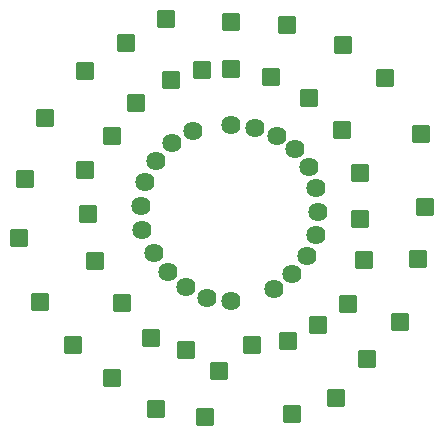
<source format=gts>
G04 Layer: TopSolderMaskLayer*
G04 EasyEDA Pro v2.2.35.2, 2025-01-16 15:30:06*
G04 Gerber Generator version 0.3*
G04 Scale: 100 percent, Rotated: No, Reflected: No*
G04 Dimensions in millimeters*
G04 Leading zeros omitted, absolute positions, 4 integers and 5 decimals*
%FSLAX45Y45*%
%MOMM*%
%AMRoundRect*1,1,$1,$2,$3*1,1,$1,$4,$5*1,1,$1,0-$2,0-$3*1,1,$1,0-$4,0-$5*20,1,$1,$2,$3,$4,$5,0*20,1,$1,$4,$5,0-$2,0-$3,0*20,1,$1,0-$2,0-$3,0-$4,0-$5,0*20,1,$1,0-$4,0-$5,$2,$3,0*4,1,4,$2,$3,$4,$5,0-$2,0-$3,0-$4,0-$5,$2,$3,0*%
%ADD10RoundRect,0.09516X-0.70322X0.70322X0.70322X0.70322*%
%ADD11C,1.626*%
G75*


G04 Pad Start*
G54D10*
G01X0Y5600000D03*
G01X476999Y5576202D03*
G01X946899Y5406403D03*
G01X1302499Y5122304D03*
G01X1607299Y4647705D03*
G01X1645399Y4033406D03*
G01X1587500Y3594100D03*
G01X1429499Y3058808D03*
G01X1155700Y2743200D03*
G01X889000Y2413000D03*
G01X515099Y2282711D03*
G01X-216802Y2257501D03*
G01X-635902Y2325002D03*
G01X-1004202Y2587003D03*
G01X-1334402Y2861704D03*
G01X-1612900Y3225800D03*
G01X-1790700Y3771900D03*
G01X-1740802Y4270007D03*
G01X-1575702Y4786008D03*
G01X-1232802Y5187709D03*
G01X-889000Y5422900D03*
G01X-546100Y5626100D03*
G01X-241300Y5194300D03*
G01X-504901Y5110810D03*
G01X-800100Y4914900D03*
G01X-1003300Y4635500D03*
G01X-1231900Y4343400D03*
G01X-1206500Y3975100D03*
G01X-1152601Y3572205D03*
G01X-924001Y3221304D03*
G01X-673100Y2921000D03*
G01X-377901Y2824302D03*
G01X-101600Y2641600D03*
G01X176200Y2866911D03*
G01X481000Y2901010D03*
G01X735000Y3032709D03*
G01X989000Y3215208D03*
G01X1130300Y3581400D03*
G01X1090600Y3935806D03*
G01X1090600Y4321505D03*
G01X938200Y4681804D03*
G01X658800Y4953203D03*
G01X341300Y5135702D03*
G01X0Y5200000D03*
G54D11*
G01X0Y4724400D03*
G01X200000Y4700000D03*
G01X393700Y4638040D03*
G01X546100Y4521200D03*
G01X660400Y4368800D03*
G01X723900Y4191000D03*
G01X736600Y3987800D03*
G01X723900Y3797300D03*
G01X647700Y3619500D03*
G01X520700Y3467100D03*
G01X368300Y3340100D03*
G01X0Y3238500D03*
G01X-203200Y3263900D03*
G01X-381000Y3352800D03*
G01X-533400Y3479800D03*
G01X-647700Y3644900D03*
G01X-749300Y3835400D03*
G01X-762000Y4038600D03*
G01X-723900Y4241800D03*
G01X-635000Y4419600D03*
G01X-495300Y4572000D03*
G01X-317500Y4673600D03*
G04 Pad End*

M02*


</source>
